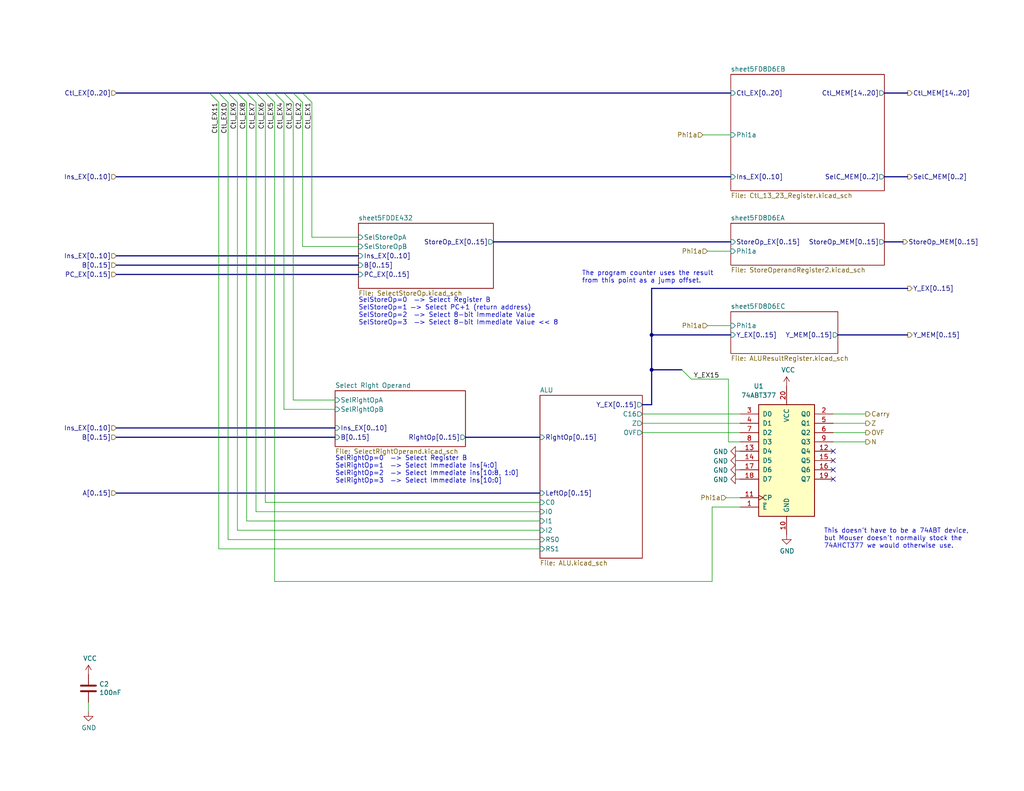
<source format=kicad_sch>
(kicad_sch (version 20230121) (generator eeschema)
  (paper "USLetter")
  (title_block (title "EX") (date "2022-09-24") (rev "B") (comment 2 "ID stage of the CPU pipeline.") (comment 3 "The ALU condition codes may be latched in a flags register which feeds back into the") (comment 4 "The EX stage is built around the IDT 7381 sixteen-bit ALU IC."))
  (lib_symbols
    (symbol "74xx:74LS377" (pin_names (offset 1.016))
      (property "Reference" "U" (at -7.62 16.51 0))
      (property "Value" "74LS377" (at -7.62 -16.51 0))
      (symbol "74LS377_1_0"
        (pin input line (at -12.7 -12.7 0) (length 5.08) (name "~{E}") (number "1"))
        (pin power_in line (at 0 -20.32 90) (length 5.08) (name "GND") (number "10"))
        (pin input clock (at -12.7 -10.16 0) (length 5.08) (name "CP") (number "11"))
        (pin output line (at 12.7 2.54 180) (length 5.08) (name "Q4") (number "12"))
        (pin input line (at -12.7 2.54 0) (length 5.08) (name "D4") (number "13"))
        (pin input line (at -12.7 0 0) (length 5.08) (name "D5") (number "14"))
        (pin output line (at 12.7 0 180) (length 5.08) (name "Q5") (number "15"))
        (pin output line (at 12.7 -2.54 180) (length 5.08) (name "Q6") (number "16"))
        (pin input line (at -12.7 -2.54 0) (length 5.08) (name "D6") (number "17"))
        (pin input line (at -12.7 -5.08 0) (length 5.08) (name "D7") (number "18"))
        (pin output line (at 12.7 -5.08 180) (length 5.08) (name "Q7") (number "19"))
        (pin output line (at 12.7 12.7 180) (length 5.08) (name "Q0") (number "2"))
        (pin power_in line (at 0 20.32 270) (length 5.08) (name "VCC") (number "20"))
        (pin input line (at -12.7 12.7 0) (length 5.08) (name "D0") (number "3"))
        (pin input line (at -12.7 10.16 0) (length 5.08) (name "D1") (number "4"))
        (pin output line (at 12.7 10.16 180) (length 5.08) (name "Q1") (number "5"))
        (pin output line (at 12.7 7.62 180) (length 5.08) (name "Q2") (number "6"))
        (pin input line (at -12.7 7.62 0) (length 5.08) (name "D2") (number "7"))
        (pin input line (at -12.7 5.08 0) (length 5.08) (name "D3") (number "8"))
        (pin output line (at 12.7 5.08 180) (length 5.08) (name "Q3") (number "9"))
      )
      (symbol "74LS377_1_1"
        (rectangle (start -7.62 15.24) (end 7.62 -15.24) (stroke (width 0.254)) (fill (type background)))
      )
    )
    (symbol "Device:C" (pin_numbers hide) (pin_names (offset 0.254))
      (property "Reference" "C" (at 0.635 2.54 0))
      (property "Value" "C" (at 0.635 -2.54 0))
      (symbol "C_0_1"
        (polyline (pts (xy -2.032 -0.762) (xy 2.032 -0.762)) (stroke (width 0.508)))
        (polyline (pts (xy -2.032 0.762) (xy 2.032 0.762)) (stroke (width 0.508)))
      )
      (symbol "C_1_1"
        (pin passive line (at 0 3.81 270) (length 2.794) (name "~") (number "1"))
        (pin passive line (at 0 -3.81 90) (length 2.794) (name "~") (number "2"))
      )
    )
    (symbol "power:GND" (power) (pin_names (offset 0))
      (property "Value" "GND" (at 0 -3.81 0))
      (symbol "GND_0_1"
        (polyline (pts (xy 0 0) (xy 0 -1.27) (xy 1.27 -1.27) (xy 0 -2.54) (xy -1.27 -1.27) (xy 0 -1.27)))
      )
      (symbol "GND_1_1"
        (pin power_in line (at 0 0 270) (length 0) hide (name "GND") (number "1"))
      )
    )
    (symbol "power:VCC" (power) (pin_names (offset 0))
      (property "Value" "VCC" (at 0 3.81 0))
      (symbol "VCC_0_1"
        (polyline (pts (xy -0.762 1.27) (xy 0 2.54)))
        (polyline (pts (xy 0 0) (xy 0 2.54)))
        (polyline (pts (xy 0 2.54) (xy 0.762 1.27)))
      )
      (symbol "VCC_1_1"
        (pin power_in line (at 0 0 90) (length 0) hide (name "VCC") (number "1"))
      )
    )
  )
  (junction (at 177.8 100.965))
  (junction (at 177.8 91.44))
  (no_connect (at 227.33 123.19))
  (no_connect (at 227.33 128.27))
  (no_connect (at 227.33 130.81))
  (no_connect (at 227.33 125.73))
  (bus_entry (at 64.77 25.4) (size 2.54 2.54))
  (bus_entry (at 62.23 25.4) (size 2.54 2.54))
  (bus_entry (at 80.01 25.4) (size 2.54 2.54))
  (bus_entry (at 67.31 25.4) (size 2.54 2.54))
  (bus_entry (at 72.39 25.4) (size 2.54 2.54))
  (bus_entry (at 74.93 25.4) (size 2.54 2.54))
  (bus_entry (at 69.85 25.4) (size 2.54 2.54))
  (bus_entry (at 59.69 25.4) (size 2.54 2.54))
  (bus_entry (at 186.055 100.965) (size 2.54 2.54))
  (bus_entry (at 82.55 25.4) (size 2.54 2.54))
  (bus_entry (at 77.47 25.4) (size 2.54 2.54))
  (bus_entry (at 57.15 25.4) (size 2.54 2.54))
  (wire (pts (xy 147.32 137.16) (xy 72.39 137.16)))
  (wire (pts (xy 193.04 68.58) (xy 199.39 68.58)))
  (wire (pts (xy 64.77 144.78) (xy 147.32 144.78)))
  (bus (pts (xy 246.38 66.04) (xy 241.3 66.04)))
  (wire (pts (xy 24.13 194.31) (xy 24.13 191.77)))
  (wire (pts (xy 80.01 27.94) (xy 80.01 109.22)))
  (bus (pts (xy 80.01 25.4) (xy 82.55 25.4)))
  (bus (pts (xy 241.3 48.26) (xy 247.65 48.26)))
  (wire (pts (xy 193.04 88.9) (xy 199.39 88.9)))
  (wire (pts (xy 147.32 149.86) (xy 59.69 149.86)))
  (bus (pts (xy 31.75 48.26) (xy 199.39 48.26)))
  (wire (pts (xy 74.93 158.75) (xy 74.93 27.94)))
  (wire (pts (xy 188.595 103.505) (xy 198.755 103.505)))
  (wire (pts (xy 82.55 27.94) (xy 82.55 67.31)))
  (bus (pts (xy 31.75 69.85) (xy 97.79 69.85)))
  (bus (pts (xy 31.75 72.39) (xy 97.79 72.39)))
  (wire (pts (xy 175.26 113.03) (xy 201.93 113.03)))
  (wire (pts (xy 77.47 27.94) (xy 77.47 111.76)))
  (wire (pts (xy 194.31 158.75) (xy 194.31 138.43)))
  (bus (pts (xy 177.8 100.965) (xy 177.8 110.49)))
  (wire (pts (xy 97.79 67.31) (xy 82.55 67.31)))
  (bus (pts (xy 177.8 78.74) (xy 177.8 91.44)))
  (bus (pts (xy 177.8 110.49) (xy 175.26 110.49)))
  (bus (pts (xy 31.75 25.4) (xy 57.15 25.4)))
  (bus (pts (xy 74.93 25.4) (xy 77.47 25.4)))
  (bus (pts (xy 64.77 25.4) (xy 67.31 25.4)))
  (wire (pts (xy 85.09 27.94) (xy 85.09 64.77)))
  (wire (pts (xy 59.69 27.94) (xy 59.69 149.86)))
  (bus (pts (xy 31.75 74.93) (xy 97.79 74.93)))
  (bus (pts (xy 241.3 25.4) (xy 247.65 25.4)))
  (wire (pts (xy 64.77 27.94) (xy 64.77 144.78)))
  (bus (pts (xy 247.65 91.44) (xy 228.6 91.44)))
  (wire (pts (xy 175.26 118.11) (xy 201.93 118.11)))
  (wire (pts (xy 67.31 27.94) (xy 67.31 142.24)))
  (wire (pts (xy 147.32 147.32) (xy 62.23 147.32)))
  (bus (pts (xy 82.55 25.4) (xy 199.39 25.4)))
  (bus (pts (xy 134.62 66.04) (xy 199.39 66.04)))
  (bus (pts (xy 59.69 25.4) (xy 62.23 25.4)))
  (bus (pts (xy 72.39 25.4) (xy 74.93 25.4)))
  (wire (pts (xy 175.26 115.57) (xy 201.93 115.57)))
  (bus (pts (xy 247.65 78.74) (xy 177.8 78.74)))
  (wire (pts (xy 191.77 36.83) (xy 199.39 36.83)))
  (wire (pts (xy 147.32 142.24) (xy 67.31 142.24)))
  (bus (pts (xy 62.23 25.4) (xy 64.77 25.4)))
  (bus (pts (xy 91.44 116.84) (xy 31.75 116.84)))
  (bus (pts (xy 177.8 91.44) (xy 177.8 100.965)))
  (wire (pts (xy 74.93 158.75) (xy 194.31 158.75)))
  (wire (pts (xy 236.22 113.03) (xy 227.33 113.03)))
  (wire (pts (xy 69.85 27.94) (xy 69.85 139.7)))
  (wire (pts (xy 72.39 27.94) (xy 72.39 137.16)))
  (wire (pts (xy 227.33 120.65) (xy 236.22 120.65)))
  (wire (pts (xy 198.755 103.505) (xy 198.755 120.65)))
  (wire (pts (xy 147.32 139.7) (xy 69.85 139.7)))
  (bus (pts (xy 77.47 25.4) (xy 80.01 25.4)))
  (wire (pts (xy 227.33 115.57) (xy 236.22 115.57)))
  (wire (pts (xy 227.33 118.11) (xy 236.22 118.11)))
  (bus (pts (xy 67.31 25.4) (xy 69.85 25.4)))
  (bus (pts (xy 127 119.38) (xy 147.32 119.38)))
  (wire (pts (xy 62.23 27.94) (xy 62.23 147.32)))
  (wire (pts (xy 198.12 135.89) (xy 201.93 135.89)))
  (bus (pts (xy 31.75 134.62) (xy 147.32 134.62)))
  (wire (pts (xy 77.47 111.76) (xy 91.44 111.76)))
  (wire (pts (xy 97.79 64.77) (xy 85.09 64.77)))
  (bus (pts (xy 69.85 25.4) (xy 72.39 25.4)))
  (wire (pts (xy 198.755 120.65) (xy 201.93 120.65)))
  (wire (pts (xy 91.44 109.22) (xy 80.01 109.22)))
  (bus (pts (xy 91.44 119.38) (xy 31.75 119.38)))
  (bus (pts (xy 199.39 91.44) (xy 177.8 91.44)))
  (wire (pts (xy 194.31 138.43) (xy 201.93 138.43)))
  (bus (pts (xy 57.15 25.4) (xy 59.69 25.4)))
  (bus (pts (xy 177.8 100.965) (xy 186.055 100.965)))
  (text "SelStoreOp=0  —> Select Register B\nSelStoreOp=1 —> Select PC+1 (return address)\nSelStoreOp=2  —> Select 8-bit Immediate Value\nSelStoreOp=3  —> Select 8-bit Immediate Value << 8" (at 97.79 88.9 0) (effects (font (size 1.27 1.27)) (justify left bottom)))
  (text "This doesn’t have to be a 74ABT device,\nbut Mouser doesn’t normally stock the\n74AHCT377 we would otherwise use." (at 224.79 149.86 0) (effects (font (size 1.27 1.27)) (justify left bottom)))
  (text "SelRightOp=0  —> Select Register B\nSelRightOp=1  —> Select Immediate ins[4:0]\nSelRightOp=2  —> Select Immediate ins[10:8, 1:0]\nSelRightOp=3  —> Select Immediate ins[10:0]" (at 91.44 132.08 0) (effects (font (size 1.27 1.27)) (justify left bottom)))
  (text "The program counter uses the result\nfrom this point as a jump offset." (at 158.75 77.47 0) (effects (font (size 1.27 1.27)) (justify left bottom)))
  (label "Ctl_EX7" (at 69.85 27.94 270))
  (label "Y_EX15" (at 189.23 103.505 0))
  (label "Ctl_EX5" (at 74.93 27.94 270))
  (label "Ctl_EX3" (at 80.01 27.94 270))
  (label "Ctl_EX4" (at 77.47 27.94 270))
  (label "Ctl_EX10" (at 62.23 27.94 270))
  (label "Ctl_EX6" (at 72.39 27.94 270))
  (label "Ctl_EX11" (at 59.69 27.94 270))
  (label "Ctl_EX1" (at 85.09 27.94 270))
  (label "Ctl_EX8" (at 67.31 27.94 270))
  (label "Ctl_EX2" (at 82.55 27.94 270))
  (label "Ctl_EX9" (at 64.77 27.94 270))
  (hierarchical_label "Z" (shape output) (at 236.22 115.57 0))
  (hierarchical_label "B[0..15]" (shape input) (at 31.75 72.39 180))
  (hierarchical_label "Phi1a" (shape input) (at 193.04 68.58 180))
  (hierarchical_label "N" (shape output) (at 236.22 120.65 0))
  (hierarchical_label "PC_EX[0..15]" (shape input) (at 31.75 74.93 180))
  (hierarchical_label "Phi1a" (shape input) (at 198.12 135.89 180))
  (hierarchical_label "Y_EX[0..15]" (shape output) (at 247.65 78.74 0))
  (hierarchical_label "Ins_EX[0..10]" (shape input) (at 31.75 116.84 180))
  (hierarchical_label "Y_MEM[0..15]" (shape output) (at 247.65 91.44 0))
  (hierarchical_label "B[0..15]" (shape input) (at 31.75 119.38 180))
  (hierarchical_label "Ins_EX[0..10]" (shape input) (at 31.75 69.85 180))
  (hierarchical_label "Ins_EX[0..10]" (shape input) (at 31.75 48.26 180))
  (hierarchical_label "Carry" (shape output) (at 236.22 113.03 0))
  (hierarchical_label "Ctl_MEM[14..20]" (shape output) (at 247.65 25.4 0))
  (hierarchical_label "SelC_MEM[0..2]" (shape output) (at 247.65 48.26 0))
  (hierarchical_label "Phi1a" (shape input) (at 191.77 36.83 180))
  (hierarchical_label "Ctl_EX[0..20]" (shape input) (at 31.75 25.4 180))
  (hierarchical_label "A[0..15]" (shape input) (at 31.75 134.62 180))
  (hierarchical_label "Phi1a" (shape input) (at 193.04 88.9 180))
  (hierarchical_label "StoreOp_MEM[0..15]" (shape output) (at 246.38 66.04 0))
  (hierarchical_label "OVF" (shape output) (at 236.22 118.11 0))
  (symbol (lib_id "74xx:74LS377") (at 214.63 125.73 0) (unit 1)
    (property "Reference" "U1" (at 207.01 105.41 0))
    (property "Value" "74ABT377" (at 207.01 107.95 0))
    (property "Footprint" "Package_SO:TSSOP-20_4.4x6.5mm_P0.65mm" (effects hide))
    (property "Datasheet" "http://www.ti.com/lit/gpn/sn74LS377" (effects hide))
    (property "Mouser" "https://www.mouser.com/ProductDetail/Texas-Instruments/SN74ABT377APWR?qs=LzFo6vGRJ4tDfpbrS0MCHg%3D%3D" (effects hide))
  )
  (symbol (lib_id "power:VCC") (at 214.63 105.41 0) (unit 1)
    (property "Reference" "#PWR017" (effects hide))
    (property "Value" "VCC" (at 215.0618 101.0158 0))
  )
  (symbol (lib_id "power:GND") (at 214.63 146.05 0) (unit 1)
    (property "Reference" "#PWR018" (effects hide))
    (property "Value" "GND" (at 214.757 150.4442 0))
  )
  (symbol (lib_id "power:GND") (at 201.93 123.19 270) (unit 1)
    (property "Reference" "#PWR013" (effects hide))
    (property "Value" "GND" (at 198.6788 123.317 90) (effects (justify right)))
  )
  (symbol (lib_id "power:GND") (at 201.93 125.73 270) (unit 1)
    (property "Reference" "#PWR014" (effects hide))
    (property "Value" "GND" (at 198.6788 125.857 90) (effects (justify right)))
  )
  (symbol (lib_id "power:GND") (at 201.93 128.27 270) (unit 1)
    (property "Reference" "#PWR015" (effects hide))
    (property "Value" "GND" (at 198.6788 128.397 90) (effects (justify right)))
  )
  (symbol (lib_id "power:GND") (at 201.93 130.81 270) (unit 1)
    (property "Reference" "#PWR016" (effects hide))
    (property "Value" "GND" (at 198.6788 130.937 90) (effects (justify right)))
  )
  (symbol (lib_id "Device:C") (at 24.13 187.96 0) (unit 1)
    (property "Reference" "C2" (at 27.051 186.7916 0) (effects (justify left)))
    (property "Value" "100nF" (at 27.051 189.103 0) (effects (justify left)))
    (property "Footprint" "Capacitor_SMD:C_0603_1608Metric_Pad1.08x0.95mm_HandSolder" (effects hide))
    (property "Mouser" "https://www.mouser.com/ProductDetail/963-EMK107B7104KAHT" (effects hide))
  )
  (symbol (lib_id "power:VCC") (at 24.13 184.15 0) (unit 1)
    (property "Reference" "#PWR010" (effects hide))
    (property "Value" "VCC" (at 24.5618 179.7558 0))
  )
  (symbol (lib_id "power:GND") (at 24.13 194.31 0) (unit 1)
    (property "Reference" "#PWR011" (effects hide))
    (property "Value" "GND" (at 24.257 198.7042 0))
  )
  (sheet (at 147.32 107.95) (size 27.94 44.45)
    (property "Sheetname" "ALU" (at 147.32 107.2384 0) (effects (justify left bottom)))
    (property "Sheetfile" "ALU.kicad_sch" (at 147.32 152.9846 0) (effects (justify left top)))
    (pin "RightOp[0..15]" input (at 147.32 119.38 180))
    (pin "LeftOp[0..15]" input (at 147.32 134.62 180))
    (pin "Z" output (at 175.26 115.57 0))
    (pin "C16" output (at 175.26 113.03 0))
    (pin "OVF" output (at 175.26 118.11 0))
    (pin "C0" input (at 147.32 137.16 180))
    (pin "I0" input (at 147.32 139.7 180))
    (pin "I1" input (at 147.32 142.24 180))
    (pin "I2" input (at 147.32 144.78 180))
    (pin "RS0" input (at 147.32 147.32 180))
    (pin "RS1" input (at 147.32 149.86 180))
    (pin "Y_EX[0..15]" output (at 175.26 110.49 0))
  )
  (sheet (at 199.39 60.96) (size 41.91 11.43)
    (property "Sheetname" "sheet5FD8D6EA" (at 199.39 60.2484 0) (effects (justify left bottom)))
    (property "Sheetfile" "StoreOperandRegister2.kicad_sch" (at 199.39 72.9746 0) (effects (justify left top)))
    (pin "StoreOp_EX[0..15]" input (at 199.39 66.04 180))
    (pin "StoreOp_MEM[0..15]" output (at 241.3 66.04 0))
    (pin "Phi1a" input (at 199.39 68.58 180))
  )
  (sheet (at 199.39 20.32) (size 41.91 31.75)
    (property "Sheetname" "sheet5FD8D6EB" (at 199.39 19.6084 0) (effects (justify left bottom)))
    (property "Sheetfile" "Ctl_13_23_Register.kicad_sch" (at 199.39 52.6546 0) (effects (justify left top)))
    (pin "Ctl_MEM[14..20]" output (at 241.3 25.4 0))
    (pin "Ctl_EX[0..20]" input (at 199.39 25.4 180))
    (pin "Ins_EX[0..10]" input (at 199.39 48.26 180))
    (pin "SelC_MEM[0..2]" output (at 241.3 48.26 0))
    (pin "Phi1a" input (at 199.39 36.83 180))
  )
  (sheet (at 199.39 85.09) (size 29.21 11.43)
    (property "Sheetname" "sheet5FD8D6EC" (at 199.39 84.3784 0) (effects (justify left bottom)))
    (property "Sheetfile" "ALUResultRegister.kicad_sch" (at 199.39 97.1046 0) (effects (justify left top)))
    (pin "Y_EX[0..15]" input (at 199.39 91.44 180))
    (pin "Y_MEM[0..15]" output (at 228.6 91.44 0))
    (pin "Phi1a" input (at 199.39 88.9 180))
  )
  (sheet (at 97.79 60.96) (size 36.83 17.78)
    (property "Sheetname" "sheet5FDDE432" (at 97.79 60.2484 0) (effects (justify left bottom)))
    (property "Sheetfile" "SelectStoreOp.kicad_sch" (at 97.79 79.3246 0) (effects (justify left top)))
    (pin "SelStoreOpA" input (at 97.79 64.77 180))
    (pin "SelStoreOpB" input (at 97.79 67.31 180))
    (pin "Ins_EX[0..10]" input (at 97.79 69.85 180))
    (pin "B[0..15]" input (at 97.79 72.39 180))
    (pin "PC_EX[0..15]" input (at 97.79 74.93 180))
    (pin "StoreOp_EX[0..15]" output (at 134.62 66.04 0))
  )
  (sheet (at 91.44 106.68) (size 35.56 15.24)
    (property "Sheetname" "Select Right Operand" (at 91.44 105.9684 0) (effects (justify left bottom)))
    (property "Sheetfile" "SelectRightOperand.kicad_sch" (at 91.44 122.5046 0) (effects (justify left top)))
    (pin "Ins_EX[0..10]" input (at 91.44 116.84 180))
    (pin "B[0..15]" input (at 91.44 119.38 180))
    (pin "SelRightOpA" input (at 91.44 109.22 180))
    (pin "RightOp[0..15]" output (at 127 119.38 0))
    (pin "SelRightOpB" input (at 91.44 111.76 180))
  )
)
</source>
